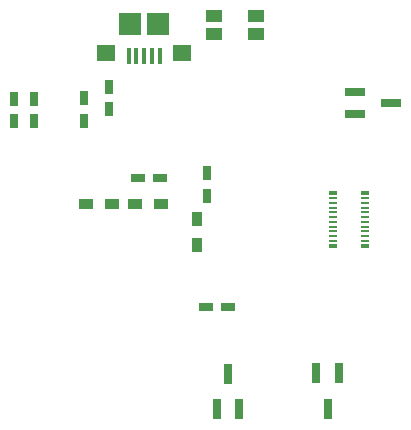
<source format=gbp>
G04 #@! TF.FileFunction,Paste,Bot*
%FSLAX46Y46*%
G04 Gerber Fmt 4.6, Leading zero omitted, Abs format (unit mm)*
G04 Created by KiCad (PCBNEW (2015-11-03 BZR 6296)-product) date Sunday, November 08, 2015 'AMt' 09:49:25 AM*
%MOMM*%
G01*
G04 APERTURE LIST*
%ADD10C,0.100000*%
%ADD11R,1.600000X1.400000*%
%ADD12R,0.400000X1.350000*%
%ADD13R,1.900000X1.900000*%
%ADD14R,0.660000X0.230000*%
%ADD15R,0.660000X0.350000*%
%ADD16R,0.750000X1.200000*%
%ADD17R,1.200000X0.750000*%
%ADD18R,0.900000X1.200000*%
%ADD19R,1.200000X0.900000*%
%ADD20R,1.800860X0.800100*%
%ADD21R,0.800100X1.800860*%
%ADD22R,1.400000X1.050000*%
G04 APERTURE END LIST*
D10*
D11*
X139100000Y-93900000D03*
X145500000Y-93900000D03*
D12*
X141000000Y-94125000D03*
X141650000Y-94125000D03*
X142300000Y-94125000D03*
X142950000Y-94125000D03*
X143600000Y-94125000D03*
D13*
X141100000Y-91450000D03*
X143500000Y-91450000D03*
D14*
X161005000Y-106200000D03*
X158295000Y-106200000D03*
X161005000Y-109800000D03*
X158295000Y-109800000D03*
D15*
X161005000Y-105725000D03*
X158295000Y-105725000D03*
X161005000Y-110275000D03*
X158295000Y-110275000D03*
D14*
X158295000Y-109400000D03*
X161005000Y-109400000D03*
X158295000Y-109000000D03*
X161005000Y-109000000D03*
X158295000Y-108600000D03*
X161005000Y-108600000D03*
X158295000Y-108200000D03*
X161005000Y-108200000D03*
X158295000Y-107800000D03*
X161005000Y-107800000D03*
X158295000Y-107400000D03*
X161005000Y-107400000D03*
X158295000Y-107000000D03*
X161005000Y-107000000D03*
X158295000Y-106600000D03*
X161005000Y-106600000D03*
D16*
X131300000Y-99700000D03*
X131300000Y-97800000D03*
X133000000Y-99700000D03*
X133000000Y-97800000D03*
X137200000Y-97750000D03*
X137200000Y-99650000D03*
X147600000Y-106000000D03*
X147600000Y-104100000D03*
D17*
X149400000Y-115400000D03*
X147500000Y-115400000D03*
D18*
X146800000Y-110150000D03*
X146800000Y-107950000D03*
D19*
X143700000Y-106700000D03*
X141500000Y-106700000D03*
X139550000Y-106700000D03*
X137350000Y-106700000D03*
D17*
X141750000Y-104520000D03*
X143650000Y-104520000D03*
D20*
X160178860Y-99070000D03*
X160178860Y-97170000D03*
X163181140Y-98120000D03*
D21*
X150330000Y-124060000D03*
X148430000Y-124060000D03*
X149380000Y-121057720D03*
X156880000Y-121040000D03*
X158780000Y-121040000D03*
X157830000Y-124042280D03*
D22*
X151790000Y-92260000D03*
X148190000Y-92260000D03*
X151790000Y-90810000D03*
X148190000Y-90810000D03*
D16*
X139350000Y-96750000D03*
X139350000Y-98650000D03*
M02*

</source>
